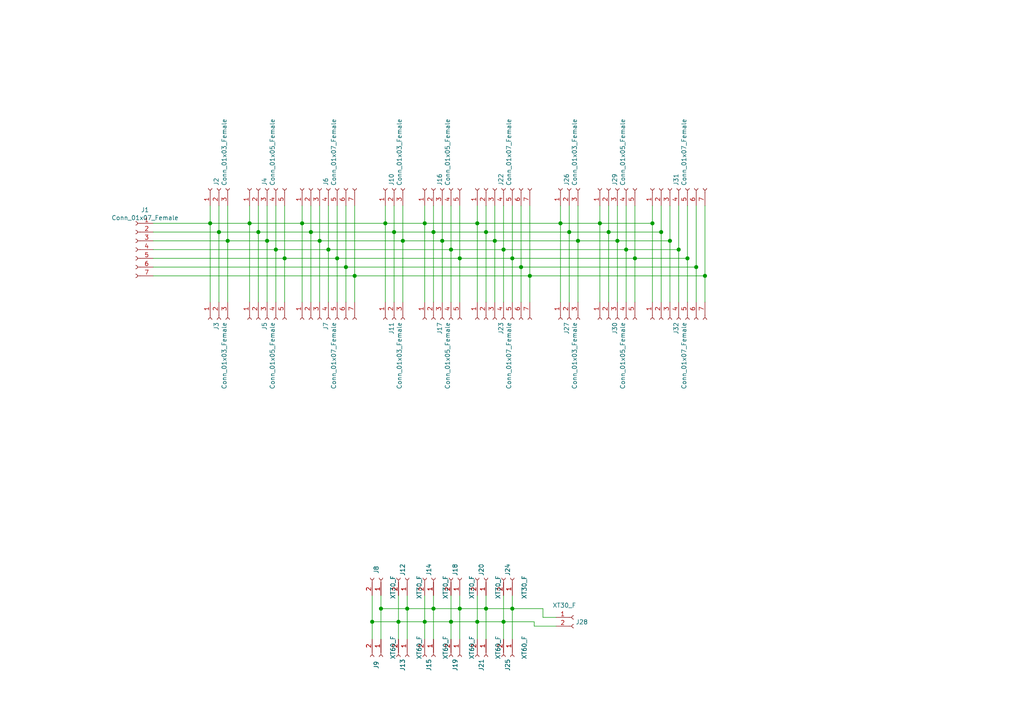
<source format=kicad_sch>
(kicad_sch (version 20210406) (generator eeschema)
  (paper "A4")
  (lib_symbols
    (symbol "Connector:Conn_01x02_Female" (pin_names (offset 1.016) hide)
      (property "Reference" "J" (at 0 2.54 0))
      (property "Value" "Conn_01x02_Female" (at 0 -5.08 0))
      (symbol "Conn_01x02_Female_1_1"
        (arc (start 0 -2.032) (end 0 -3.048) (radius (at 0 -2.54) (length 0.508) (angles 90.1 -90.1)) (stroke (width 0.1524)))
        (arc (start 0 0.508) (end 0 -0.508) (radius (at 0 0) (length 0.508) (angles 90.1 -90.1)) (stroke (width 0.1524)))
        (polyline (pts (xy -1.27 -2.54) (xy -0.508 -2.54)) (stroke (width 0.1524)))
        (polyline (pts (xy -1.27 0) (xy -0.508 0)) (stroke (width 0.1524)))
        (pin passive line (at -5.08 0 0) (length 3.81) (name "Pin_1") (number "1"))
        (pin passive line (at -5.08 -2.54 0) (length 3.81) (name "Pin_2") (number "2"))
      )
    )
    (symbol "Connector:Conn_01x03_Female" (pin_names (offset 1.016) hide)
      (property "Reference" "J" (at 0 5.08 0))
      (property "Value" "Conn_01x03_Female" (at 0 -5.08 0))
      (symbol "Conn_01x03_Female_1_1"
        (arc (start 0 -2.032) (end 0 -3.048) (radius (at 0 -2.54) (length 0.508) (angles 90.1 -90.1)) (stroke (width 0.1524)))
        (arc (start 0 0.508) (end 0 -0.508) (radius (at 0 0) (length 0.508) (angles 90.1 -90.1)) (stroke (width 0.1524)))
        (arc (start 0 3.048) (end 0 2.032) (radius (at 0 2.54) (length 0.508) (angles 90.1 -90.1)) (stroke (width 0.1524)))
        (polyline (pts (xy -1.27 -2.54) (xy -0.508 -2.54)) (stroke (width 0.1524)))
        (polyline (pts (xy -1.27 0) (xy -0.508 0)) (stroke (width 0.1524)))
        (polyline (pts (xy -1.27 2.54) (xy -0.508 2.54)) (stroke (width 0.1524)))
        (pin passive line (at -5.08 2.54 0) (length 3.81) (name "Pin_1") (number "1"))
        (pin passive line (at -5.08 0 0) (length 3.81) (name "Pin_2") (number "2"))
        (pin passive line (at -5.08 -2.54 0) (length 3.81) (name "Pin_3") (number "3"))
      )
    )
    (symbol "Connector:Conn_01x05_Female" (pin_names (offset 1.016) hide)
      (property "Reference" "J" (at 0 7.62 0))
      (property "Value" "Conn_01x05_Female" (at 0 -7.62 0))
      (symbol "Conn_01x05_Female_1_1"
        (arc (start 0 -4.572) (end 0 -5.588) (radius (at 0 -5.08) (length 0.508) (angles 90.1 -90.1)) (stroke (width 0.1524)))
        (arc (start 0 -2.032) (end 0 -3.048) (radius (at 0 -2.54) (length 0.508) (angles 90.1 -90.1)) (stroke (width 0.1524)))
        (arc (start 0 0.508) (end 0 -0.508) (radius (at 0 0) (length 0.508) (angles 90.1 -90.1)) (stroke (width 0.1524)))
        (arc (start 0 3.048) (end 0 2.032) (radius (at 0 2.54) (length 0.508) (angles 90.1 -90.1)) (stroke (width 0.1524)))
        (arc (start 0 5.588) (end 0 4.572) (radius (at 0 5.08) (length 0.508) (angles 90.1 -90.1)) (stroke (width 0.1524)))
        (polyline (pts (xy -1.27 -5.08) (xy -0.508 -5.08)) (stroke (width 0.1524)))
        (polyline (pts (xy -1.27 -2.54) (xy -0.508 -2.54)) (stroke (width 0.1524)))
        (polyline (pts (xy -1.27 0) (xy -0.508 0)) (stroke (width 0.1524)))
        (polyline (pts (xy -1.27 2.54) (xy -0.508 2.54)) (stroke (width 0.1524)))
        (polyline (pts (xy -1.27 5.08) (xy -0.508 5.08)) (stroke (width 0.1524)))
        (pin passive line (at -5.08 5.08 0) (length 3.81) (name "Pin_1") (number "1"))
        (pin passive line (at -5.08 2.54 0) (length 3.81) (name "Pin_2") (number "2"))
        (pin passive line (at -5.08 0 0) (length 3.81) (name "Pin_3") (number "3"))
        (pin passive line (at -5.08 -2.54 0) (length 3.81) (name "Pin_4") (number "4"))
        (pin passive line (at -5.08 -5.08 0) (length 3.81) (name "Pin_5") (number "5"))
      )
    )
    (symbol "Connector:Conn_01x07_Female" (pin_names (offset 1.016) hide)
      (property "Reference" "J" (at 0 10.16 0))
      (property "Value" "Conn_01x07_Female" (at 0 -10.16 0))
      (symbol "Conn_01x07_Female_1_1"
        (arc (start 0 -7.112) (end 0 -8.128) (radius (at 0 -7.62) (length 0.508) (angles 90.1 -90.1)) (stroke (width 0.1524)))
        (arc (start 0 -4.572) (end 0 -5.588) (radius (at 0 -5.08) (length 0.508) (angles 90.1 -90.1)) (stroke (width 0.1524)))
        (arc (start 0 -2.032) (end 0 -3.048) (radius (at 0 -2.54) (length 0.508) (angles 90.1 -90.1)) (stroke (width 0.1524)))
        (arc (start 0 0.508) (end 0 -0.508) (radius (at 0 0) (length 0.508) (angles 90.1 -90.1)) (stroke (width 0.1524)))
        (arc (start 0 3.048) (end 0 2.032) (radius (at 0 2.54) (length 0.508) (angles 90.1 -90.1)) (stroke (width 0.1524)))
        (arc (start 0 5.588) (end 0 4.572) (radius (at 0 5.08) (length 0.508) (angles 90.1 -90.1)) (stroke (width 0.1524)))
        (arc (start 0 8.128) (end 0 7.112) (radius (at 0 7.62) (length 0.508) (angles 90.1 -90.1)) (stroke (width 0.1524)))
        (polyline (pts (xy -1.27 -7.62) (xy -0.508 -7.62)) (stroke (width 0.1524)))
        (polyline (pts (xy -1.27 -5.08) (xy -0.508 -5.08)) (stroke (width 0.1524)))
        (polyline (pts (xy -1.27 -2.54) (xy -0.508 -2.54)) (stroke (width 0.1524)))
        (polyline (pts (xy -1.27 0) (xy -0.508 0)) (stroke (width 0.1524)))
        (polyline (pts (xy -1.27 2.54) (xy -0.508 2.54)) (stroke (width 0.1524)))
        (polyline (pts (xy -1.27 5.08) (xy -0.508 5.08)) (stroke (width 0.1524)))
        (polyline (pts (xy -1.27 7.62) (xy -0.508 7.62)) (stroke (width 0.1524)))
        (pin passive line (at -5.08 7.62 0) (length 3.81) (name "Pin_1") (number "1"))
        (pin passive line (at -5.08 5.08 0) (length 3.81) (name "Pin_2") (number "2"))
        (pin passive line (at -5.08 2.54 0) (length 3.81) (name "Pin_3") (number "3"))
        (pin passive line (at -5.08 0 0) (length 3.81) (name "Pin_4") (number "4"))
        (pin passive line (at -5.08 -2.54 0) (length 3.81) (name "Pin_5") (number "5"))
        (pin passive line (at -5.08 -5.08 0) (length 3.81) (name "Pin_6") (number "6"))
        (pin passive line (at -5.08 -7.62 0) (length 3.81) (name "Pin_7") (number "7"))
      )
    )
  )
  (junction (at 60.96 64.77) (diameter 1.016))
  (junction (at 63.5 67.31) (diameter 1.016))
  (junction (at 66.04 69.85) (diameter 1.016))
  (junction (at 72.39 64.77) (diameter 1.016))
  (junction (at 74.93 67.31) (diameter 1.016))
  (junction (at 77.47 69.85) (diameter 1.016))
  (junction (at 80.01 72.39) (diameter 1.016))
  (junction (at 82.55 74.93) (diameter 1.016))
  (junction (at 87.63 64.77) (diameter 1.016))
  (junction (at 90.17 67.31) (diameter 1.016))
  (junction (at 92.71 69.85) (diameter 1.016))
  (junction (at 95.25 72.39) (diameter 1.016))
  (junction (at 97.79 74.93) (diameter 1.016))
  (junction (at 100.33 77.47) (diameter 1.016))
  (junction (at 102.87 80.01) (diameter 1.016))
  (junction (at 107.95 180.34) (diameter 1.016))
  (junction (at 110.49 176.53) (diameter 1.016))
  (junction (at 111.76 64.77) (diameter 1.016))
  (junction (at 114.3 67.31) (diameter 1.016))
  (junction (at 115.57 180.34) (diameter 1.016))
  (junction (at 116.84 69.85) (diameter 1.016))
  (junction (at 118.11 176.53) (diameter 1.016))
  (junction (at 123.19 64.77) (diameter 1.016))
  (junction (at 123.19 180.34) (diameter 1.016))
  (junction (at 125.73 67.31) (diameter 1.016))
  (junction (at 125.73 176.53) (diameter 1.016))
  (junction (at 128.27 69.85) (diameter 1.016))
  (junction (at 130.81 72.39) (diameter 1.016))
  (junction (at 130.81 180.34) (diameter 1.016))
  (junction (at 133.35 74.93) (diameter 1.016))
  (junction (at 133.35 176.53) (diameter 1.016))
  (junction (at 138.43 64.77) (diameter 1.016))
  (junction (at 138.43 180.34) (diameter 1.016))
  (junction (at 140.97 67.31) (diameter 1.016))
  (junction (at 140.97 176.53) (diameter 1.016))
  (junction (at 143.51 69.85) (diameter 1.016))
  (junction (at 146.05 72.39) (diameter 1.016))
  (junction (at 146.05 180.34) (diameter 1.016))
  (junction (at 148.59 74.93) (diameter 1.016))
  (junction (at 148.59 176.53) (diameter 1.016))
  (junction (at 151.13 77.47) (diameter 1.016))
  (junction (at 153.67 80.01) (diameter 1.016))
  (junction (at 162.56 64.77) (diameter 1.016))
  (junction (at 165.1 67.31) (diameter 1.016))
  (junction (at 167.64 69.85) (diameter 1.016))
  (junction (at 173.99 64.77) (diameter 1.016))
  (junction (at 176.53 67.31) (diameter 1.016))
  (junction (at 179.07 69.85) (diameter 1.016))
  (junction (at 181.61 72.39) (diameter 1.016))
  (junction (at 184.15 74.93) (diameter 1.016))
  (junction (at 189.23 64.77) (diameter 1.016))
  (junction (at 191.77 67.31) (diameter 1.016))
  (junction (at 194.31 69.85) (diameter 1.016))
  (junction (at 196.85 72.39) (diameter 1.016))
  (junction (at 199.39 74.93) (diameter 1.016))
  (junction (at 201.93 77.47) (diameter 1.016))
  (junction (at 204.47 80.01) (diameter 1.016))
  (wire (pts (xy 44.45 64.77) (xy 60.96 64.77)))
  (wire (pts (xy 44.45 67.31) (xy 63.5 67.31)))
  (wire (pts (xy 44.45 69.85) (xy 66.04 69.85)))
  (wire (pts (xy 44.45 72.39) (xy 80.01 72.39)))
  (wire (pts (xy 44.45 74.93) (xy 82.55 74.93)))
  (wire (pts (xy 44.45 77.47) (xy 100.33 77.47)))
  (wire (pts (xy 44.45 80.01) (xy 102.87 80.01)))
  (wire (pts (xy 60.96 59.69) (xy 60.96 64.77)))
  (wire (pts (xy 60.96 64.77) (xy 60.96 87.63)))
  (wire (pts (xy 60.96 64.77) (xy 72.39 64.77)))
  (wire (pts (xy 63.5 59.69) (xy 63.5 67.31)))
  (wire (pts (xy 63.5 67.31) (xy 63.5 87.63)))
  (wire (pts (xy 63.5 67.31) (xy 74.93 67.31)))
  (wire (pts (xy 66.04 59.69) (xy 66.04 69.85)))
  (wire (pts (xy 66.04 69.85) (xy 66.04 87.63)))
  (wire (pts (xy 66.04 69.85) (xy 77.47 69.85)))
  (wire (pts (xy 72.39 59.69) (xy 72.39 64.77)))
  (wire (pts (xy 72.39 64.77) (xy 72.39 87.63)))
  (wire (pts (xy 72.39 64.77) (xy 87.63 64.77)))
  (wire (pts (xy 74.93 59.69) (xy 74.93 67.31)))
  (wire (pts (xy 74.93 67.31) (xy 74.93 87.63)))
  (wire (pts (xy 74.93 67.31) (xy 90.17 67.31)))
  (wire (pts (xy 77.47 59.69) (xy 77.47 69.85)))
  (wire (pts (xy 77.47 69.85) (xy 77.47 87.63)))
  (wire (pts (xy 77.47 69.85) (xy 92.71 69.85)))
  (wire (pts (xy 80.01 59.69) (xy 80.01 72.39)))
  (wire (pts (xy 80.01 72.39) (xy 80.01 87.63)))
  (wire (pts (xy 80.01 72.39) (xy 95.25 72.39)))
  (wire (pts (xy 82.55 59.69) (xy 82.55 74.93)))
  (wire (pts (xy 82.55 74.93) (xy 82.55 87.63)))
  (wire (pts (xy 82.55 74.93) (xy 97.79 74.93)))
  (wire (pts (xy 87.63 59.69) (xy 87.63 64.77)))
  (wire (pts (xy 87.63 64.77) (xy 87.63 87.63)))
  (wire (pts (xy 87.63 64.77) (xy 111.76 64.77)))
  (wire (pts (xy 90.17 59.69) (xy 90.17 67.31)))
  (wire (pts (xy 90.17 67.31) (xy 90.17 87.63)))
  (wire (pts (xy 90.17 67.31) (xy 114.3 67.31)))
  (wire (pts (xy 92.71 59.69) (xy 92.71 69.85)))
  (wire (pts (xy 92.71 69.85) (xy 92.71 87.63)))
  (wire (pts (xy 92.71 69.85) (xy 116.84 69.85)))
  (wire (pts (xy 95.25 59.69) (xy 95.25 72.39)))
  (wire (pts (xy 95.25 72.39) (xy 95.25 87.63)))
  (wire (pts (xy 95.25 72.39) (xy 130.81 72.39)))
  (wire (pts (xy 97.79 59.69) (xy 97.79 74.93)))
  (wire (pts (xy 97.79 74.93) (xy 97.79 87.63)))
  (wire (pts (xy 97.79 74.93) (xy 133.35 74.93)))
  (wire (pts (xy 100.33 59.69) (xy 100.33 77.47)))
  (wire (pts (xy 100.33 77.47) (xy 100.33 87.63)))
  (wire (pts (xy 100.33 77.47) (xy 151.13 77.47)))
  (wire (pts (xy 102.87 59.69) (xy 102.87 80.01)))
  (wire (pts (xy 102.87 80.01) (xy 102.87 87.63)))
  (wire (pts (xy 102.87 80.01) (xy 153.67 80.01)))
  (wire (pts (xy 107.95 172.72) (xy 107.95 180.34)))
  (wire (pts (xy 107.95 180.34) (xy 107.95 185.42)))
  (wire (pts (xy 110.49 172.72) (xy 110.49 176.53)))
  (wire (pts (xy 110.49 176.53) (xy 110.49 185.42)))
  (wire (pts (xy 111.76 59.69) (xy 111.76 64.77)))
  (wire (pts (xy 111.76 64.77) (xy 111.76 87.63)))
  (wire (pts (xy 111.76 64.77) (xy 123.19 64.77)))
  (wire (pts (xy 114.3 59.69) (xy 114.3 67.31)))
  (wire (pts (xy 114.3 67.31) (xy 114.3 87.63)))
  (wire (pts (xy 114.3 67.31) (xy 125.73 67.31)))
  (wire (pts (xy 115.57 172.72) (xy 115.57 180.34)))
  (wire (pts (xy 115.57 180.34) (xy 107.95 180.34)))
  (wire (pts (xy 115.57 180.34) (xy 115.57 185.42)))
  (wire (pts (xy 116.84 59.69) (xy 116.84 69.85)))
  (wire (pts (xy 116.84 69.85) (xy 116.84 87.63)))
  (wire (pts (xy 116.84 69.85) (xy 128.27 69.85)))
  (wire (pts (xy 118.11 172.72) (xy 118.11 176.53)))
  (wire (pts (xy 118.11 176.53) (xy 110.49 176.53)))
  (wire (pts (xy 118.11 176.53) (xy 118.11 185.42)))
  (wire (pts (xy 123.19 59.69) (xy 123.19 64.77)))
  (wire (pts (xy 123.19 64.77) (xy 123.19 87.63)))
  (wire (pts (xy 123.19 64.77) (xy 138.43 64.77)))
  (wire (pts (xy 123.19 172.72) (xy 123.19 180.34)))
  (wire (pts (xy 123.19 180.34) (xy 115.57 180.34)))
  (wire (pts (xy 123.19 180.34) (xy 123.19 185.42)))
  (wire (pts (xy 125.73 59.69) (xy 125.73 67.31)))
  (wire (pts (xy 125.73 67.31) (xy 125.73 87.63)))
  (wire (pts (xy 125.73 67.31) (xy 140.97 67.31)))
  (wire (pts (xy 125.73 172.72) (xy 125.73 176.53)))
  (wire (pts (xy 125.73 176.53) (xy 118.11 176.53)))
  (wire (pts (xy 125.73 176.53) (xy 125.73 185.42)))
  (wire (pts (xy 128.27 59.69) (xy 128.27 69.85)))
  (wire (pts (xy 128.27 69.85) (xy 128.27 87.63)))
  (wire (pts (xy 128.27 69.85) (xy 143.51 69.85)))
  (wire (pts (xy 130.81 59.69) (xy 130.81 72.39)))
  (wire (pts (xy 130.81 72.39) (xy 130.81 87.63)))
  (wire (pts (xy 130.81 72.39) (xy 146.05 72.39)))
  (wire (pts (xy 130.81 172.72) (xy 130.81 180.34)))
  (wire (pts (xy 130.81 180.34) (xy 123.19 180.34)))
  (wire (pts (xy 130.81 180.34) (xy 130.81 185.42)))
  (wire (pts (xy 133.35 59.69) (xy 133.35 74.93)))
  (wire (pts (xy 133.35 74.93) (xy 133.35 87.63)))
  (wire (pts (xy 133.35 74.93) (xy 148.59 74.93)))
  (wire (pts (xy 133.35 172.72) (xy 133.35 176.53)))
  (wire (pts (xy 133.35 176.53) (xy 125.73 176.53)))
  (wire (pts (xy 133.35 176.53) (xy 133.35 185.42)))
  (wire (pts (xy 138.43 59.69) (xy 138.43 64.77)))
  (wire (pts (xy 138.43 64.77) (xy 138.43 87.63)))
  (wire (pts (xy 138.43 64.77) (xy 162.56 64.77)))
  (wire (pts (xy 138.43 172.72) (xy 138.43 180.34)))
  (wire (pts (xy 138.43 180.34) (xy 130.81 180.34)))
  (wire (pts (xy 138.43 180.34) (xy 138.43 185.42)))
  (wire (pts (xy 140.97 59.69) (xy 140.97 67.31)))
  (wire (pts (xy 140.97 67.31) (xy 140.97 87.63)))
  (wire (pts (xy 140.97 67.31) (xy 165.1 67.31)))
  (wire (pts (xy 140.97 172.72) (xy 140.97 176.53)))
  (wire (pts (xy 140.97 176.53) (xy 133.35 176.53)))
  (wire (pts (xy 140.97 176.53) (xy 140.97 185.42)))
  (wire (pts (xy 143.51 59.69) (xy 143.51 69.85)))
  (wire (pts (xy 143.51 69.85) (xy 143.51 87.63)))
  (wire (pts (xy 143.51 69.85) (xy 167.64 69.85)))
  (wire (pts (xy 146.05 59.69) (xy 146.05 72.39)))
  (wire (pts (xy 146.05 72.39) (xy 146.05 87.63)))
  (wire (pts (xy 146.05 72.39) (xy 181.61 72.39)))
  (wire (pts (xy 146.05 172.72) (xy 146.05 180.34)))
  (wire (pts (xy 146.05 180.34) (xy 138.43 180.34)))
  (wire (pts (xy 146.05 180.34) (xy 146.05 185.42)))
  (wire (pts (xy 146.05 180.34) (xy 154.94 180.34)))
  (wire (pts (xy 148.59 59.69) (xy 148.59 74.93)))
  (wire (pts (xy 148.59 74.93) (xy 148.59 87.63)))
  (wire (pts (xy 148.59 74.93) (xy 184.15 74.93)))
  (wire (pts (xy 148.59 172.72) (xy 148.59 176.53)))
  (wire (pts (xy 148.59 176.53) (xy 140.97 176.53)))
  (wire (pts (xy 148.59 176.53) (xy 148.59 185.42)))
  (wire (pts (xy 148.59 176.53) (xy 157.48 176.53)))
  (wire (pts (xy 151.13 59.69) (xy 151.13 77.47)))
  (wire (pts (xy 151.13 77.47) (xy 151.13 87.63)))
  (wire (pts (xy 151.13 77.47) (xy 201.93 77.47)))
  (wire (pts (xy 153.67 59.69) (xy 153.67 80.01)))
  (wire (pts (xy 153.67 80.01) (xy 153.67 87.63)))
  (wire (pts (xy 153.67 80.01) (xy 204.47 80.01)))
  (wire (pts (xy 154.94 180.34) (xy 154.94 181.61)))
  (wire (pts (xy 154.94 181.61) (xy 161.29 181.61)))
  (wire (pts (xy 157.48 176.53) (xy 157.48 179.07)))
  (wire (pts (xy 157.48 179.07) (xy 161.29 179.07)))
  (wire (pts (xy 162.56 59.69) (xy 162.56 64.77)))
  (wire (pts (xy 162.56 64.77) (xy 162.56 87.63)))
  (wire (pts (xy 162.56 64.77) (xy 173.99 64.77)))
  (wire (pts (xy 165.1 59.69) (xy 165.1 67.31)))
  (wire (pts (xy 165.1 67.31) (xy 165.1 87.63)))
  (wire (pts (xy 165.1 67.31) (xy 176.53 67.31)))
  (wire (pts (xy 167.64 59.69) (xy 167.64 69.85)))
  (wire (pts (xy 167.64 69.85) (xy 167.64 87.63)))
  (wire (pts (xy 167.64 69.85) (xy 179.07 69.85)))
  (wire (pts (xy 173.99 59.69) (xy 173.99 64.77)))
  (wire (pts (xy 173.99 64.77) (xy 173.99 87.63)))
  (wire (pts (xy 173.99 64.77) (xy 189.23 64.77)))
  (wire (pts (xy 176.53 59.69) (xy 176.53 67.31)))
  (wire (pts (xy 176.53 67.31) (xy 176.53 87.63)))
  (wire (pts (xy 176.53 67.31) (xy 191.77 67.31)))
  (wire (pts (xy 179.07 59.69) (xy 179.07 69.85)))
  (wire (pts (xy 179.07 69.85) (xy 179.07 87.63)))
  (wire (pts (xy 179.07 69.85) (xy 194.31 69.85)))
  (wire (pts (xy 181.61 59.69) (xy 181.61 72.39)))
  (wire (pts (xy 181.61 72.39) (xy 181.61 87.63)))
  (wire (pts (xy 181.61 72.39) (xy 196.85 72.39)))
  (wire (pts (xy 184.15 59.69) (xy 184.15 74.93)))
  (wire (pts (xy 184.15 74.93) (xy 184.15 87.63)))
  (wire (pts (xy 184.15 74.93) (xy 199.39 74.93)))
  (wire (pts (xy 189.23 59.69) (xy 189.23 64.77)))
  (wire (pts (xy 189.23 64.77) (xy 189.23 87.63)))
  (wire (pts (xy 191.77 59.69) (xy 191.77 67.31)))
  (wire (pts (xy 191.77 67.31) (xy 191.77 87.63)))
  (wire (pts (xy 194.31 59.69) (xy 194.31 69.85)))
  (wire (pts (xy 194.31 69.85) (xy 194.31 87.63)))
  (wire (pts (xy 196.85 59.69) (xy 196.85 72.39)))
  (wire (pts (xy 196.85 72.39) (xy 196.85 87.63)))
  (wire (pts (xy 199.39 59.69) (xy 199.39 74.93)))
  (wire (pts (xy 199.39 74.93) (xy 199.39 87.63)))
  (wire (pts (xy 201.93 59.69) (xy 201.93 77.47)))
  (wire (pts (xy 201.93 77.47) (xy 201.93 87.63)))
  (wire (pts (xy 204.47 59.69) (xy 204.47 80.01)))
  (wire (pts (xy 204.47 80.01) (xy 204.47 87.63)))
  (symbol (lib_id "Connector:Conn_01x02_Female") (at 110.49 167.64 270) (mirror x) (unit 1)
    (property "Reference" "J8" (at 109.1396 165.2524 0))
    (property "Value" "XT30_F" (at 113.9783 170.3324 0))
    (property "Footprint" "Connector_AMASS:AMASS_XT30U-F_1x02_P5.0mm_Vertical" (effects hide))
  )
  (symbol (lib_id "Connector:Conn_01x02_Female") (at 110.49 190.5 270) (unit 1)
    (property "Reference" "J9" (at 109.1396 192.8876 0))
    (property "Value" "XT60_F" (at 113.9783 187.8076 0))
    (property "Footprint" "Connector_AMASS:AMASS_XT60-F_1x02_P7.20mm_Vertical" (effects hide))
  )
  (symbol (lib_id "Connector:Conn_01x02_Female") (at 118.11 167.64 270) (mirror x) (unit 1)
    (property "Reference" "J12" (at 116.7596 165.2524 0))
    (property "Value" "XT30_F" (at 121.5983 170.3324 0))
    (property "Footprint" "Connector_AMASS:AMASS_XT30U-F_1x02_P5.0mm_Vertical" (effects hide))
  )
  (symbol (lib_id "Connector:Conn_01x02_Female") (at 118.11 190.5 270) (unit 1)
    (property "Reference" "J13" (at 116.7596 192.8876 0))
    (property "Value" "XT60_F" (at 121.5983 187.8076 0))
    (property "Footprint" "Connector_AMASS:AMASS_XT60-F_1x02_P7.20mm_Vertical" (effects hide))
  )
  (symbol (lib_id "Connector:Conn_01x02_Female") (at 125.73 167.64 270) (mirror x) (unit 1)
    (property "Reference" "J14" (at 124.3796 165.2524 0))
    (property "Value" "XT30_F" (at 129.2183 170.3324 0))
    (property "Footprint" "Connector_AMASS:AMASS_XT30U-F_1x02_P5.0mm_Vertical" (effects hide))
  )
  (symbol (lib_id "Connector:Conn_01x02_Female") (at 125.73 190.5 270) (unit 1)
    (property "Reference" "J15" (at 124.3796 192.8876 0))
    (property "Value" "XT60_F" (at 129.2183 187.8076 0))
    (property "Footprint" "Connector_AMASS:AMASS_XT60-F_1x02_P7.20mm_Vertical" (effects hide))
  )
  (symbol (lib_id "Connector:Conn_01x02_Female") (at 133.35 167.64 270) (mirror x) (unit 1)
    (property "Reference" "J18" (at 131.9996 165.2524 0))
    (property "Value" "XT30_F" (at 136.8383 170.3324 0))
    (property "Footprint" "Connector_AMASS:AMASS_XT30U-F_1x02_P5.0mm_Vertical" (effects hide))
  )
  (symbol (lib_id "Connector:Conn_01x02_Female") (at 133.35 190.5 270) (unit 1)
    (property "Reference" "J19" (at 131.9996 192.8876 0))
    (property "Value" "XT60_F" (at 136.8383 187.8076 0))
    (property "Footprint" "Connector_AMASS:AMASS_XT60-F_1x02_P7.20mm_Vertical" (effects hide))
  )
  (symbol (lib_id "Connector:Conn_01x02_Female") (at 140.97 167.64 270) (mirror x) (unit 1)
    (property "Reference" "J20" (at 139.6196 165.2524 0))
    (property "Value" "XT30_F" (at 144.4583 170.3324 0))
    (property "Footprint" "Connector_AMASS:AMASS_XT30U-F_1x02_P5.0mm_Vertical" (effects hide))
  )
  (symbol (lib_id "Connector:Conn_01x02_Female") (at 140.97 190.5 270) (unit 1)
    (property "Reference" "J21" (at 139.6196 192.8876 0))
    (property "Value" "XT60_F" (at 144.4583 187.8076 0))
    (property "Footprint" "Connector_AMASS:AMASS_XT60-F_1x02_P7.20mm_Vertical" (effects hide))
  )
  (symbol (lib_id "Connector:Conn_01x02_Female") (at 148.59 167.64 270) (mirror x) (unit 1)
    (property "Reference" "J24" (at 147.2396 165.2524 0))
    (property "Value" "XT30_F" (at 152.0783 170.3324 0))
    (property "Footprint" "Connector_AMASS:AMASS_XT30U-F_1x02_P5.0mm_Vertical" (effects hide))
  )
  (symbol (lib_id "Connector:Conn_01x02_Female") (at 148.59 190.5 270) (unit 1)
    (property "Reference" "J25" (at 147.2396 192.8876 0))
    (property "Value" "XT60_F" (at 152.0783 187.8076 0))
    (property "Footprint" "Connector_AMASS:AMASS_XT60-F_1x02_P7.20mm_Vertical" (effects hide))
  )
  (symbol (lib_id "Connector:Conn_01x02_Female") (at 166.37 179.07 0) (unit 1)
    (property "Reference" "J28" (at 168.7576 180.4204 0))
    (property "Value" "XT30_F" (at 163.6776 175.5817 0))
    (property "Footprint" "Connector_AMASS:AMASS_XT30U-F_1x02_P5.0mm_Vertical" (effects hide))
  )
  (symbol (lib_id "Connector:Conn_01x03_Female") (at 63.5 54.61 90) (unit 1)
    (property "Reference" "J2" (at 62.7391 53.8987 0) (effects (justify left)))
    (property "Value" "Conn_01x03_Female" (at 65.0378 53.8987 0) (effects (justify left)))
    (property "Footprint" "Connector_JST:JST_XH_B3B-XH-AM_1x03_P2.50mm_Vertical" (effects hide))
  )
  (symbol (lib_id "Connector:Conn_01x03_Female") (at 63.5 92.71 90) (mirror x) (unit 1)
    (property "Reference" "J3" (at 62.7391 93.4213 0) (effects (justify left)))
    (property "Value" "Conn_01x03_Female" (at 65.0378 93.4213 0) (effects (justify left)))
    (property "Footprint" "Connector_JST:JST_XH_B3B-XH-AM_1x03_P2.50mm_Vertical" (effects hide))
  )
  (symbol (lib_id "Connector:Conn_01x03_Female") (at 114.3 54.61 90) (unit 1)
    (property "Reference" "J10" (at 113.5391 53.8987 0) (effects (justify left)))
    (property "Value" "Conn_01x03_Female" (at 115.8378 53.8987 0) (effects (justify left)))
    (property "Footprint" "Connector_JST:JST_XH_B3B-XH-AM_1x03_P2.50mm_Vertical" (effects hide))
  )
  (symbol (lib_id "Connector:Conn_01x03_Female") (at 114.3 92.71 90) (mirror x) (unit 1)
    (property "Reference" "J11" (at 113.5391 93.4213 0) (effects (justify left)))
    (property "Value" "Conn_01x03_Female" (at 115.8378 93.4213 0) (effects (justify left)))
    (property "Footprint" "Connector_JST:JST_XH_B3B-XH-AM_1x03_P2.50mm_Vertical" (effects hide))
  )
  (symbol (lib_id "Connector:Conn_01x03_Female") (at 165.1 54.61 90) (unit 1)
    (property "Reference" "J26" (at 164.3391 53.8987 0) (effects (justify left)))
    (property "Value" "Conn_01x03_Female" (at 166.6378 53.8987 0) (effects (justify left)))
    (property "Footprint" "Connector_JST:JST_XH_B3B-XH-AM_1x03_P2.50mm_Vertical" (effects hide))
  )
  (symbol (lib_id "Connector:Conn_01x03_Female") (at 165.1 92.71 90) (mirror x) (unit 1)
    (property "Reference" "J27" (at 164.3391 93.4213 0) (effects (justify left)))
    (property "Value" "Conn_01x03_Female" (at 166.6378 93.4213 0) (effects (justify left)))
    (property "Footprint" "Connector_JST:JST_XH_B3B-XH-AM_1x03_P2.50mm_Vertical" (effects hide))
  )
  (symbol (lib_id "Connector:Conn_01x05_Female") (at 77.47 54.61 90) (unit 1)
    (property "Reference" "J4" (at 76.7091 53.8987 0) (effects (justify left)))
    (property "Value" "Conn_01x05_Female" (at 79.0078 53.8987 0) (effects (justify left)))
    (property "Footprint" "Connector_JST:JST_XH_B5B-XH-AM_1x05_P2.50mm_Vertical" (effects hide))
  )
  (symbol (lib_id "Connector:Conn_01x05_Female") (at 77.47 92.71 90) (mirror x) (unit 1)
    (property "Reference" "J5" (at 76.7091 93.4213 0) (effects (justify left)))
    (property "Value" "Conn_01x05_Female" (at 79.0078 93.4213 0) (effects (justify left)))
    (property "Footprint" "Connector_JST:JST_XH_B5B-XH-AM_1x05_P2.50mm_Vertical" (effects hide))
  )
  (symbol (lib_id "Connector:Conn_01x05_Female") (at 128.27 54.61 90) (unit 1)
    (property "Reference" "J16" (at 127.5091 53.8987 0) (effects (justify left)))
    (property "Value" "Conn_01x05_Female" (at 129.8078 53.8987 0) (effects (justify left)))
    (property "Footprint" "Connector_JST:JST_XH_B5B-XH-AM_1x05_P2.50mm_Vertical" (effects hide))
  )
  (symbol (lib_id "Connector:Conn_01x05_Female") (at 128.27 92.71 90) (mirror x) (unit 1)
    (property "Reference" "J17" (at 127.5091 93.4213 0) (effects (justify left)))
    (property "Value" "Conn_01x05_Female" (at 129.8078 93.4213 0) (effects (justify left)))
    (property "Footprint" "Connector_JST:JST_XH_B5B-XH-AM_1x05_P2.50mm_Vertical" (effects hide))
  )
  (symbol (lib_id "Connector:Conn_01x05_Female") (at 179.07 54.61 90) (unit 1)
    (property "Reference" "J29" (at 178.3091 53.8987 0) (effects (justify left)))
    (property "Value" "Conn_01x05_Female" (at 180.6078 53.8987 0) (effects (justify left)))
    (property "Footprint" "Connector_JST:JST_XH_B5B-XH-AM_1x05_P2.50mm_Vertical" (effects hide))
  )
  (symbol (lib_id "Connector:Conn_01x05_Female") (at 179.07 92.71 90) (mirror x) (unit 1)
    (property "Reference" "J30" (at 178.3091 93.4213 0) (effects (justify left)))
    (property "Value" "Conn_01x05_Female" (at 180.6078 93.4213 0) (effects (justify left)))
    (property "Footprint" "Connector_JST:JST_XH_B5B-XH-AM_1x05_P2.50mm_Vertical" (effects hide))
  )
  (symbol (lib_id "Connector:Conn_01x07_Female") (at 39.37 72.39 0) (mirror y) (unit 1)
    (property "Reference" "J1" (at 42.0624 60.8796 0))
    (property "Value" "Conn_01x07_Female" (at 42.0624 63.1783 0))
    (property "Footprint" "Connector_JST:JST_XH_B7B-XH-AM_1x07_P2.50mm_Vertical" (effects hide))
  )
  (symbol (lib_id "Connector:Conn_01x07_Female") (at 95.25 54.61 90) (unit 1)
    (property "Reference" "J6" (at 94.4891 53.8987 0) (effects (justify left)))
    (property "Value" "Conn_01x07_Female" (at 96.7878 53.8987 0) (effects (justify left)))
    (property "Footprint" "Connector_JST:JST_XH_B7B-XH-AM_1x07_P2.50mm_Vertical" (effects hide))
  )
  (symbol (lib_id "Connector:Conn_01x07_Female") (at 95.25 92.71 90) (mirror x) (unit 1)
    (property "Reference" "J7" (at 94.4891 93.4213 0) (effects (justify left)))
    (property "Value" "Conn_01x07_Female" (at 96.7878 93.4213 0) (effects (justify left)))
    (property "Footprint" "Connector_JST:JST_XH_B7B-XH-AM_1x07_P2.50mm_Vertical" (effects hide))
  )
  (symbol (lib_id "Connector:Conn_01x07_Female") (at 146.05 54.61 90) (unit 1)
    (property "Reference" "J22" (at 145.2891 53.8987 0) (effects (justify left)))
    (property "Value" "Conn_01x07_Female" (at 147.5878 53.8987 0) (effects (justify left)))
    (property "Footprint" "Connector_JST:JST_XH_B7B-XH-AM_1x07_P2.50mm_Vertical" (effects hide))
  )
  (symbol (lib_id "Connector:Conn_01x07_Female") (at 146.05 92.71 90) (mirror x) (unit 1)
    (property "Reference" "J23" (at 145.2891 93.4213 0) (effects (justify left)))
    (property "Value" "Conn_01x07_Female" (at 147.5878 93.4213 0) (effects (justify left)))
    (property "Footprint" "Connector_JST:JST_XH_B7B-XH-AM_1x07_P2.50mm_Vertical" (effects hide))
  )
  (symbol (lib_id "Connector:Conn_01x07_Female") (at 196.85 54.61 90) (unit 1)
    (property "Reference" "J31" (at 196.0891 53.8987 0) (effects (justify left)))
    (property "Value" "Conn_01x07_Female" (at 198.3878 53.8987 0) (effects (justify left)))
    (property "Footprint" "Connector_JST:JST_XH_B7B-XH-AM_1x07_P2.50mm_Vertical" (effects hide))
  )
  (symbol (lib_id "Connector:Conn_01x07_Female") (at 196.85 92.71 90) (mirror x) (unit 1)
    (property "Reference" "J32" (at 196.0891 93.4213 0) (effects (justify left)))
    (property "Value" "Conn_01x07_Female" (at 198.3878 93.4213 0) (effects (justify left)))
    (property "Footprint" "Connector_JST:JST_XH_B7B-XH-AM_1x07_P2.50mm_Vertical" (effects hide))
  )
)
</source>
